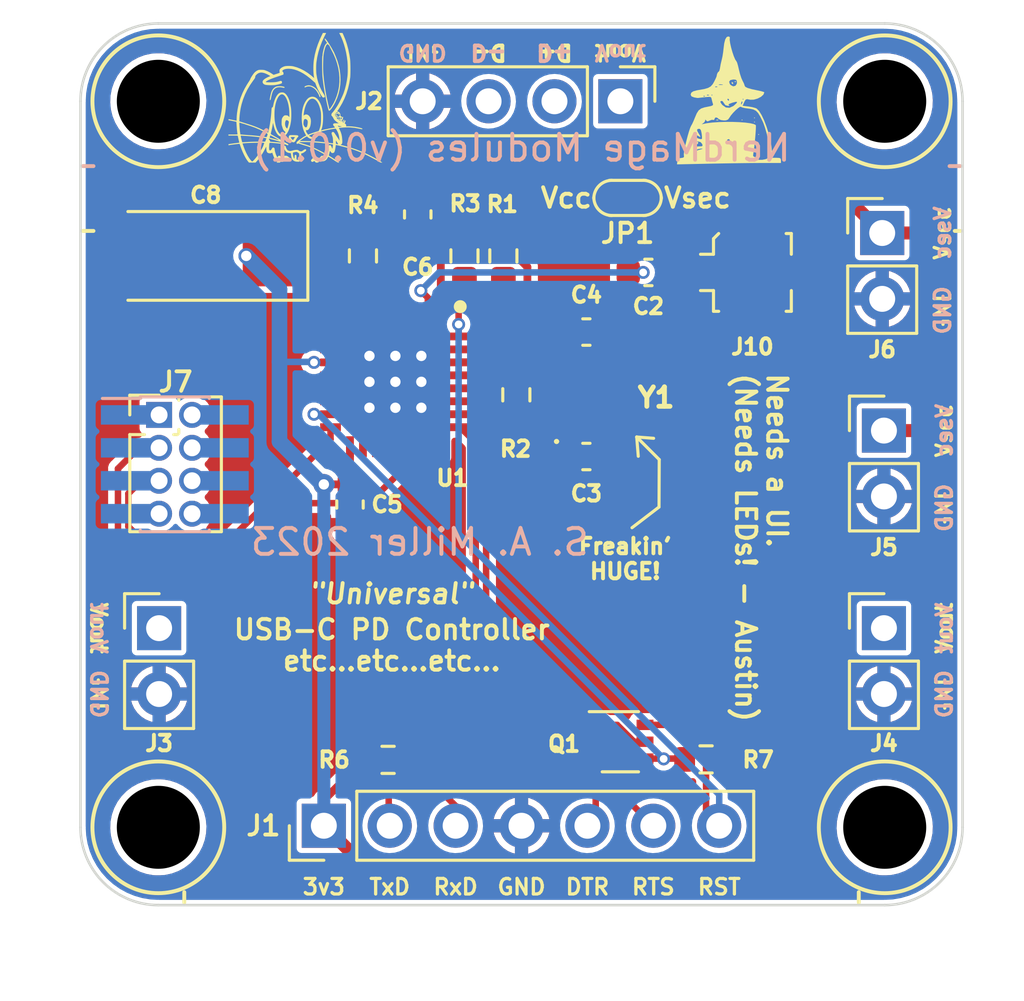
<source format=kicad_pcb>
(kicad_pcb (version 20211014) (generator pcbnew)
  (title_block (title "USB-C PD Controller") (rev "0.0.1") (company "The Nerd Mage"))
  (layers (0 "F.Cu" signal) (31 "B.Cu" signal) (34 "B.Paste" user) (35 "F.Paste" user) (36 "B.SilkS" user "B.Silkscreen") (37 "F.SilkS" user "F.Silkscreen") (38 "B.Mask" user) (39 "F.Mask" user) (44 "Edge.Cuts" user))
  (net 0 "")
  (net 1 "SCL")
  (net 2 "SDA")
  (net 3 "GND")
  (net 4 "/eXo")
  (net 5 "/eXi")
  (net 6 "+3V3")
  (net 7 "RST")
  (net 8 "IO11")
  (net 9 "IO7")
  (net 10 "IO10")
  (net 11 "IO8")
  (net 12 "IO9")
  (net 14 "IO14")
  (net 15 "IO12")
  (net 16 "IO13")
  (net 17 "IO15")
  (net 18 "IO2")
  (net 19 "IO0")
  (net 20 "IO5")
  (net 21 "IO3")
  (net 22 "IO1")
  (net 23 "/DTR")
  (net 24 "/RTS")
  (net 30 "ADC")
  (net 31 "IO16")
  (net 32 "Net-(C2-Pad2)")
  (net 33 "RESET")
  (net 34 "ATTACH")
  (net 35 "POWER_OK2")
  (net 36 "POWER_OK3")
  (net 37 "ALERT")
  (net 38 "GPIO")
  (net 39 "Vsec")
  (net 40 "/LNA")
  (net 41 "/CHIP_EN")
  (net 42 "/RES12K")
  (footprint "Tinker:Mount" (layer "F.Cu") (at 114 101)
    (fp_text reference "REF**" hide)
    (fp_text value "Mount" hide)
    (pad "" np_thru_hole circle (at 0 0) (size 3.2 3.2) (drill 3.2) (layers *.Mask))
  )
  (footprint "Capacitor_SMD:C_0603_1608Metric" (layer "F.Cu") (at 102.5 81.9)
    (fp_text reference "C4" (at 0 -1.43) (layer "F.SilkS") (effects (font (size 0.6 0.6))))
    (fp_text value "20pf")
    (pad "1" smd roundrect (at -0.775 0) (size 0.9 0.95) (layers "F.Cu" "F.Paste" "F.Mask") (net 3 "GND"))
    (pad "2" smd roundrect (at 0.775 0) (size 0.9 0.95) (layers "F.Cu" "F.Paste" "F.Mask") (net 5 "/eXi"))
  )
  (footprint "Resistor_SMD:R_0603_1608Metric" (layer "F.Cu") (at 94.856451 98.398903 180)
    (fp_text reference "R6" (at 2.078407 0) (layer "F.SilkS") (effects (font (size 0.6 0.6))))
    (fp_text value "10K")
    (pad "1" smd roundrect (at -0.825 0 180) (size 0.8 0.95) (layers "F.Cu" "F.Paste" "F.Mask") (net 22 "IO1"))
    (pad "2" smd roundrect (at 0.825 0 180) (size 0.8 0.95) (layers "F.Cu" "F.Paste" "F.Mask") (net 6 "+3V3"))
  )
  (footprint "Resistor_SMD:R_0603_1608Metric" (layer "F.Cu") (at 99.3 78.96288 -90)
    (fp_text reference "R1" (at -1.990012 0.041657) (layer "F.SilkS") (effects (font (size 0.6 0.6))))
    (fp_text value "12K")
    (pad "1" smd roundrect (at -0.825 0 270) (size 0.8 0.95) (layers "F.Cu" "F.Paste" "F.Mask") (net 3 "GND"))
    (pad "2" smd roundrect (at 0.825 0 270) (size 0.8 0.95) (layers "F.Cu" "F.Paste" "F.Mask") (net 42 "/RES12K"))
  )
  (footprint "Capacitor_SMD:C_0603_1608Metric" (layer "F.Cu") (at 104.890127 79.6)
    (fp_text reference "C2" (at 0 1.307543) (layer "F.SilkS") (effects (font (size 0.6 0.6))))
    (fp_text value "5.6pf")
    (pad "1" smd roundrect (at -0.775 0) (size 0.9 0.95) (layers "F.Cu" "F.Paste" "F.Mask") (net 40 "/LNA"))
    (pad "2" smd roundrect (at 0.775 0) (size 0.9 0.95) (layers "F.Cu" "F.Paste" "F.Mask") (net 32 "Net-(C2-Pad2)"))
  )
  (footprint "Tinker:Mount" (layer "F.Cu") (at 86 101)
    (fp_text reference "REF**" hide)
    (fp_text value "Mount" hide)
    (pad "" np_thru_hole circle (at 0 0) (size 3.2 3.2) (drill 3.2) (layers *.Mask))
  )
  (footprint "Tinker:DagNabbit" (layer "F.Cu") (at 91.4 73.5)
    (fp_text reference "REF**" hide)
    (fp_text value "DagNabbit" hide)
  )
  (footprint "Package_TO_SOT_SMD:SOT-363_SC-70-6" (layer "F.Cu") (at 103.81 97.7)
    (fp_text reference "Q1" (at -2.170259 0.086903) (layer "F.SilkS") (effects (font (size 0.6 0.6))))
    (fp_text value "UMH3N")
    (pad "1" smd rect (at -0.95 -0.65) (size 0.65 0.4) (layers "F.Cu" "F.Paste" "F.Mask") (net 24 "/RTS"))
    (pad "2" smd rect (at -0.95 0) (size 0.65 0.4) (layers "F.Cu" "F.Paste" "F.Mask") (net 23 "/DTR"))
    (pad "3" smd rect (at -0.95 0.65) (size 0.65 0.4) (layers "F.Cu" "F.Paste" "F.Mask") (net 23 "/DTR"))
    (pad "4" smd rect (at 0.95 0.65) (size 0.65 0.4) (layers "F.Cu" "F.Paste" "F.Mask") (net 19 "IO0"))
    (pad "5" smd rect (at 0.95 0) (size 0.65 0.4) (layers "F.Cu" "F.Paste" "F.Mask") (net 24 "/RTS"))
    (pad "6" smd rect (at 0.95 -0.65) (size 0.65 0.4) (layers "F.Cu" "F.Paste" "F.Mask") (net 7 "RST"))
  )
  (footprint "Connector_PinHeader_2.54mm:PinHeader_1x07_P2.54mm_Vertical" (layer "F.Cu") (at 92.38 100.94 90)
    (fp_text reference "J1" (at 0 -2.33) (layer "F.SilkS") (effects (font (size 0.75 0.75))))
    (fp_text value "Conn_01x07_Male")
    (pad "1" thru_hole rect (at 0 0 90) (size 1.7 1.7) (drill 1) (layers *.Cu *.Mask) (net 6 "+3V3"))
    (pad "2" thru_hole oval (at 0 2.54 90) (size 1.7 1.7) (drill 1) (layers *.Cu *.Mask) (net 21 "IO3"))
    (pad "3" thru_hole oval (at 0 5.08 90) (size 1.7 1.7) (drill 1) (layers *.Cu *.Mask) (net 22 "IO1"))
    (pad "4" thru_hole oval (at 0 7.62 90) (size 1.7 1.7) (drill 1) (layers *.Cu *.Mask) (net 3 "GND"))
    (pad "5" thru_hole oval (at 0 10.16 90) (size 1.7 1.7) (drill 1) (layers *.Cu *.Mask) (net 23 "/DTR"))
    (pad "6" thru_hole oval (at 0 12.7 90) (size 1.7 1.7) (drill 1) (layers *.Cu *.Mask) (net 24 "/RTS"))
    (pad "7" thru_hole oval (at 0 15.24 90) (size 1.7 1.7) (drill 1) (layers *.Cu *.Mask) (net 7 "RST"))
  )
  (footprint "Tinker:CP_EIA-6032-28-Tantalumm_HandSolder" (layer "F.Cu") (at 87.828215 78.96288 180)
    (fp_text reference "C8" (at 0 2.342531) (layer "F.SilkS") (effects (font (size 0.6 0.6))))
    (fp_text value "22uf" hide)
    (pad "1" smd roundrect (at -2.55 0 180) (size 2.25 2.35) (layers "F.Cu" "F.Paste" "F.Mask") (roundrect_rratio 0.111111) (net 6 "+3V3"))
    (pad "2" smd roundrect (at 2.55 0 180) (size 2.25 2.35) (layers "F.Cu" "F.Paste" "F.Mask") (roundrect_rratio 0.111111) (net 3 "GND"))
  )
  (footprint "Capacitor_SMD:C_0603_1608Metric" (layer "F.Cu") (at 93.387957 88.550294 -90)
    (fp_text reference "C5" (at 0 -1.43 -180) (layer "F.SilkS") (effects (font (size 0.6 0.6))))
    (fp_text value "1uf")
    (pad "1" smd roundrect (at -0.775 0 270) (size 0.9 0.95) (layers "F.Cu" "F.Paste" "F.Mask") (net 6 "+3V3"))
    (pad "2" smd roundrect (at 0.775 0 270) (size 0.9 0.95) (layers "F.Cu" "F.Paste" "F.Mask") (net 3 "GND"))
  )
  (footprint "Tinker:PinHeader_1x02_P2.54mm_Vertical" (layer "F.Cu") (at 113.97 93.32)
    (fp_text reference "J4" (at 0 4.44169) (layer "F.SilkS") (effects (font (size 0.6 0.6))))
    (fp_text value "Conn_01x02_Male" hide)
    (pad "1" thru_hole rect (at 0 0) (size 1.7 1.7) (drill 1) (layers *.Cu *.Mask))
    (pad "2" thru_hole oval (at 0 2.54) (size 1.7 1.7) (drill 1) (layers *.Cu *.Mask) (net 3 "GND"))
  )
  (footprint "Tinker:Mount" (layer "F.Cu") (at 114 73)
    (fp_text reference "REF**" hide)
    (fp_text value "Mount" hide)
    (pad "" np_thru_hole circle (at 0 0) (size 3.2 3.2) (drill 3.2) (layers *.Mask))
  )
  (footprint "Tinker:SolderJumper-2_P_Open_Rounded_skinny" (layer "F.Cu") (at 104.087749 76.726721 180)
    (fp_text reference "JP1" (at 0 -1.365587 180) (layer "F.SilkS") (effects (font (size 0.75 0.75))))
    (fp_text value "SolderJumper_2_Open" hide)
    (pad "1" smd custom (at -0.65 0 180) (size 1 0.2) (layers "F.Cu" "F.Mask") (net 39 "Vsec") (options (clearance outline) (anchor rect)) (primitives (gr_circle (center 0 0.1) (end 0.5 0.1) (width 0) (fill yes)) (gr_circle (center 0 -0.1) (end 0.5 -0.1) (width 0) (fill yes)) (gr_poly (pts (xy 0.5 0.6) (xy 0 0.6) (xy 0 -0.6) (xy 0.5 -0.6)) (width 0) (fill yes))))
    (pad "2" smd custom (at 0.65 0 180) (size 1 0.2) (layers "F.Cu" "F.Mask") (net 6 "+3V3") (options (clearance outline) (anchor rect)) (primitives (gr_circle (center 0 0.1) (end 0.5 0.1) (width 0) (fill yes)) (gr_circle (center 0 -0.1) (end 0.5 -0.1) (width 0) (fill yes)) (gr_poly (pts (xy 0 0.6) (xy -0.5 0.6) (xy -0.5 -0.6) (xy 0 -0.6)) (width 0) (fill yes))))
  )
  (footprint "Resistor_SMD:R_0603_1608Metric" (layer "F.Cu") (at 97.8 78.96288 90)
    (fp_text reference "R3" (at 2.014915 0.027469) (layer "F.SilkS") (effects (font (size 0.6 0.6))))
    (fp_text value "10K")
    (pad "1" smd roundrect (at -0.825 0 90) (size 0.8 0.95) (layers "F.Cu" "F.Paste" "F.Mask") (net 7 "RST"))
    (pad "2" smd roundrect (at 0.825 0 90) (size 0.8 0.95) (layers "F.Cu" "F.Paste" "F.Mask") (net 6 "+3V3"))
  )
  (footprint "Tinker:PinHeader_1x02_P2.54mm_Vertical" (layer "F.Cu") (at 86.03 93.32)
    (fp_text reference "J3" (at 0 4.44169) (layer "F.SilkS") (effects (font (size 0.6 0.6))))
    (fp_text value "Conn_01x02_Male" hide)
    (pad "1" thru_hole rect (at 0 0) (size 1.7 1.7) (drill 1) (layers *.Cu *.Mask))
    (pad "2" thru_hole oval (at 0 2.54) (size 1.7 1.7) (drill 1) (layers *.Cu *.Mask) (net 3 "GND"))
  )
  (footprint "Connector_Coaxial:U.FL_Molex_MCRF_73412-0110_Vertical" (layer "F.Cu") (at 108.9 79.6 -90)
    (fp_text reference "J10" (at 2.869224 0) (layer "F.SilkS") (effects (font (size 0.6 0.6))))
    (fp_text value "Conn_Coaxial")
    (pad "1" smd rect (at 0 1.5 270) (size 1 1) (layers "F.Cu" "F.Paste" "F.Mask") (net 32 "Net-(C2-Pad2)"))
    (pad "2" smd rect (at 1.475 0 270) (size 1.05 2.2) (layers "F.Cu" "F.Paste" "F.Mask") (net 3 "GND"))
    (pad "2" smd rect (at 0 -1.5 270) (size 1 1) (layers "F.Cu" "F.Paste" "F.Mask") (net 3 "GND"))
    (pad "2" smd rect (at -1.475 0 270) (size 1.05 2.2) (layers "F.Cu" "F.Paste" "F.Mask") (net 3 "GND"))
  )
  (footprint "Tinker:NerdMage" (layer "F.Cu") (at 108 72.9)
    (fp_text reference "G***" hide)
    (fp_text value "LOGO" hide)
  )
  (footprint "Resistor_SMD:R_0603_1608Metric" (layer "F.Cu") (at 107.11329 98.380322)
    (fp_text reference "R7" (at 2.007968 0.014818) (layer "F.SilkS") (effects (font (size 0.6 0.6))))
    (fp_text value "10K")
    (pad "1" smd roundrect (at -0.825 0) (size 0.8 0.95) (layers "F.Cu" "F.Paste" "F.Mask") (net 19 "IO0"))
    (pad "2" smd roundrect (at 0.825 0) (size 0.8 0.95) (layers "F.Cu" "F.Paste" "F.Mask") (net 6 "+3V3"))
  )
  (footprint "Resistor_SMD:R_0603_1608Metric" (layer "F.Cu") (at 93.887957 78.96288 90)
    (fp_text reference "R4" (at 1.949652 -0.004566) (layer "F.SilkS") (effects (font (size 0.6 0.6))))
    (fp_text value "10K")
    (pad "1" smd roundrect (at -0.825 0 90) (size 0.8 0.95) (layers "F.Cu" "F.Paste" "F.Mask") (net 41 "/CHIP_EN"))
    (pad "2" smd roundrect (at 0.825 0 90) (size 0.8 0.95) (layers "F.Cu" "F.Paste" "F.Mask") (net 6 "+3V3"))
  )
  (footprint "Capacitor_SMD:C_0603_1608Metric" (layer "F.Cu") (at 96 77.36288 90)
    (fp_text reference "C6" (at -2.030112 0) (layer "F.SilkS") (effects (font (size 0.6 0.6))))
    (fp_text value "1uf")
    (pad "1" smd roundrect (at -0.775 0 90) (size 0.9 0.95) (layers "F.Cu" "F.Paste" "F.Mask") (net 6 "+3V3"))
    (pad "2" smd roundrect (at 0.775 0 90) (size 0.9 0.95) (layers "F.Cu" "F.Paste" "F.Mask") (net 3 "GND"))
  )
  (footprint "Tinker:PinHeader_1x02_P2.54mm_Vertical" (layer "F.Cu") (at 113.902854 78.08)
    (fp_text reference "J6" (at 0 4.495315) (layer "F.SilkS") (effects (font (size 0.6 0.6))))
    (fp_text value "Conn_01x02_Male" hide)
    (pad "1" thru_hole rect (at 0 0) (size 1.7 1.7) (drill 1) (layers *.Cu *.Mask) (net 39 "Vsec"))
    (pad "2" thru_hole oval (at 0 2.54) (size 1.7 1.7) (drill 1) (layers *.Cu *.Mask) (net 3 "GND"))
  )
  (footprint "Tinker:PinHeader_1x02_P2.54mm_Vertical" (layer "F.Cu") (at 113.97 85.7)
    (fp_text reference "J5" (at 0 4.504702) (layer "F.SilkS") (effects (font (size 0.6 0.6))))
    (fp_text value "Conn_01x02_Male" hide)
    (pad "1" thru_hole rect (at 0 0) (size 1.7 1.7) (drill 1) (layers *.Cu *.Mask) (net 39 "Vsec"))
    (pad "2" thru_hole oval (at 0 2.54) (size 1.7 1.7) (drill 1) (layers *.Cu *.Mask) (net 3 "GND"))
  )
  (footprint "Tinker:Mount" (layer "F.Cu") (at 86 73)
    (fp_text reference "REF**" hide)
    (fp_text value "Mount" hide)
    (pad "" np_thru_hole circle (at 0 0) (size 3.2 3.2) (drill 3.2) (layers *.Mask))
  )
  (footprint "Tinker:ABM825000MHz10B1UT" (layer "F.Cu") (at 102.5 84.32)
    (fp_text reference "Y1" (at 2.687129 0.106632) (layer "F.SilkS") (effects (font (size 0.75 0.75) (thickness 0.1875))))
    (fp_text value "26.000MHz" hide)
    (pad "1" smd rect (at -1.15 0.875 90) (size 1.05 1.3) (layers "F.Cu" "F.Paste" "F.Mask") (net 4 "/eXo"))
    (pad "2" smd rect (at 1.15 0.875 90) (size 1.05 1.3) (layers "F.Cu" "F.Paste" "F.Mask") (net 3 "GND"))
    (pad "3" smd rect (at 1.15 -0.875 90) (size 1.05 1.3) (layers "F.Cu" "F.Paste" "F.Mask") (net 5 "/eXi"))
    (pad "4" smd rect (at -1.15 -0.875 90) (size 1.05 1.3) (layers "F.Cu" "F.Paste" "F.Mask") (net 3 "GND"))
  )
  (footprint "Resistor_SMD:R_0603_1608Metric" (layer "F.Cu") (at 99.8 84.32 90)
    (fp_text reference "R2" (at -2.088284 -0.03071) (layer "F.SilkS") (effects (font (size 0.6 0.6))))
    (fp_text value "1M")
    (pad "1" smd roundrect (at -0.825 0 90) (size 0.8 0.95) (layers "F.Cu" "F.Paste" "F.Mask") (net 4 "/eXo"))
    (pad "2" smd roundrect (at 0.825 0 90) (size 0.8 0.95) (layers "F.Cu" "F.Paste" "F.Mask") (net 5 "/eXi"))
  )
  (footprint "Capacitor_SMD:C_0603_1608Metric" (layer "F.Cu") (at 102.5 86.7 180)
    (fp_text reference "C3" (at 0 -1.43) (layer "F.SilkS") (effects (font (size 0.6 0.6))))
    (fp_text value "20pf")
    (pad "1" smd roundrect (at -0.775 0 180) (size 0.9 0.95) (layers "F.Cu" "F.Paste" "F.Mask") (net 3 "GND"))
    (pad "2" smd roundrect (at 0.775 0 180) (size 0.9 0.95) (layers "F.Cu" "F.Paste" "F.Mask") (net 4 "/eXo"))
  )
  (footprint "Tinker:PinHeader_1x04_P2.54mm_Vertical" (layer "F.Cu") (at 103.81 73 -90)
    (fp_text reference "J2" (at 0 9.68773) (layer "F.SilkS") (effects (font (size 0.6 0.6))))
    (fp_text value "Conn_01x04_Male" hide)
    (pad "1" thru_hole rect (at 0 0 270) (size 1.7 1.7) (drill 1) (layers *.Cu *.Mask))
    (pad "2" thru_hole oval (at 0 2.54 270) (size 1.7 1.7) (drill 1) (layers *.Cu *.Mask))
    (pad "3" thru_hole oval (at 0 5.08 270) (size 1.7 1.7) (drill 1) (layers *.Cu *.Mask))
    (pad "4" thru_hole oval (at 0 7.62 270) (size 1.7 1.7) (drill 1) (layers *.Cu *.Mask) (net 3 "GND"))
  )
  (footprint "Tinker:PinHeader_2x04_P1.27mm_Vertical" (layer "F.Cu") (at 86.03 85.095)
    (fp_text reference "J7" (at 0.635 -1.27) (layer "F.SilkS") (effects (font (size 0.75 0.75))))
    (fp_text value "Conn_01x08_Male")
    (pad "1" smd rect (at -1.195 0) (size 2.1 0.75) (layers "B.Cu" "B.Paste" "B.Mask") (net 33 "RESET"))
    (pad "1" thru_hole rect (at 0 0) (size 1 1) (drill 0.65) (layers *.Cu *.Mask) (net 33 "RESET"))
    (pad "2" smd rect (at 2.405 0) (size 2.1 0.75) (layers "B.Cu" "B.Paste" "B.Mask") (net 34 "ATTACH"))
    (pad "2" thru_hole oval (at 1.27 0) (size 1 1) (drill 0.65) (layers *.Cu *.Mask) (net 34 "ATTACH"))
    (pad "3" thru_hole oval (at 0 1.27) (size 1 1) (drill 0.65) (layers *.Cu *.Mask) (net 1 "SCL"))
    (pad "3" smd rect (at -1.195 1.27) (size 2.1 0.75) (layers "B.Cu" "B.Paste" "B.Mask") (net 1 "SCL"))
    (pad "4" smd rect (at 2.405 1.27) (size 2.1 0.75) (layers "B.Cu" "B.Paste" "B.Mask") (net 35 "POWER_OK2"))
    (pad "4" thru_hole oval (at 1.27 1.27) (size 1 1) (drill 0.65) (layers *.Cu *.Mask) (net 35 "POWER_OK2"))
    (pad "5" smd rect (at -1.195 2.54) (size 2.1 0.75) (layers "B.Cu" "B.Paste" "B.Mask") (net 2 "SDA"))
    (pad "5" thru_hole oval (at 0 2.54) (size 1 1) (drill 0.65) (layers *.Cu *.Mask) (net 2 "SDA"))
    (pad "6" thru_hole oval (at 1.27 2.54) (size 1 1) (drill 0.65) (layers *.Cu *.Mask) (net 36 "POWER_OK3"))
    (pad "6" smd rect (at 2.405 2.54) (size 2.1 0.75) (layers "B.Cu" "B.Paste" "B.Mask") (net 36 "POWER_OK3"))
    (pad "7" thru_hole oval (at 0 3.81) (size 1 1) (drill 0.65) (layers *.Cu *.Mask) (net 37 "ALERT"))
    (pad "7" smd rect (at -1.195 3.81) (size 2.1 0.75) (layers "B.Cu" "B.Paste" "B.Mask") (net 37 "ALERT"))
    (pad "8" thru_hole oval (at 1.27 3.81) (size 1 1) (drill 0.65) (layers *.Cu *.Mask) (net 38 "GPIO"))
    (pad "8" smd rect (at 2.405 3.81) (size 2.1 0.75) (layers "B.Cu" "B.Paste" "B.Mask") (net 38 "GPIO"))
  )
  (footprint "Tinker:QFN50P500X500X90-33N-D" (layer "F.Cu") (at 95.137957 83.82 -90)
    (fp_text reference "U1" (at 3.712212 -2.198876) (layer "F.SilkS") (effects (font (size 0.6 0.6))))
    (fp_text value "ESP8285H16" hide)
    (pad "1" smd rect (at -2.5 -1.75) (size 0.3 0.8) (layers "F.Cu" "F.Paste" "F.Mask") (net 6 "+3V3"))
    (pad "2" smd rect (at -2.5 -1.25) (size 0.3 0.8) (layers "F.Cu" "F.Paste" "F.Mask") (net 40 "/LNA"))
    (pad "3" smd rect (at -2.5 -0.75) (size 0.3 0.8) (layers "F.Cu" "F.Paste" "F.Mask") (net 6 "+3V3"))
    (pad "4" smd rect (at -2.5 -0.25) (size 0.3 0.8) (layers "F.Cu" "F.Paste" "F.Mask") (net 6 "+3V3"))
    (pad "5" smd rect (at -2.5 0.25) (size 0.3 0.8) (layers "F.Cu" "F.Paste" "F.Mask"))
    (pad "6" smd rect (at -2.5 0.75) (size 0.3 0.8) (layers "F.Cu" "F.Paste" "F.Mask") (net 30 "ADC"))
    (pad "7" smd rect (at -2.5 1.25) (size 0.3 0.8) (layers "F.Cu" "F.Paste" "F.Mask") (net 41 "/CHIP_EN"))
    (pad "8" smd rect (at -2.5 1.75) (size 0.3 0.8) (layers "F.Cu" "F.Paste" "F.Mask") (net 31 "IO16"))
    (pad "9" smd rect (at -1.75 2.5 270) (size 0.3 0.8) (layers "F.Cu" "F.Paste" "F.Mask") (net 14 "IO14"))
    (pad "10" smd rect (at -1.25 2.5 270) (size 0.3 0.8) (layers "F.Cu" "F.Paste" "F.Mask") (net 15 "IO12"))
    (pad "11" smd rect (at -0.75 2.5 270) (size 0.3 0.8) (layers "F.Cu" "F.Paste" "F.Mask") (net 6 "+3V3"))
    (pad "12" smd rect (at -0.25 2.5 270) (size 0.3 0.8) (layers "F.Cu" "F.Paste" "F.Mask") (net 16 "IO13"))
    (pad "13" smd rect (at 0.25 2.5 270) (size 0.3 0.8) (layers "F.Cu" "F.Paste" "F.Mask") (net 17 "IO15"))
    (pad "14" smd rect (at 0.75 2.5 270) (size 0.3 0.8) (layers "F.Cu" "F.Paste" "F.Mask") (net 18 "IO2"))
    (pad "15" smd rect (at 1.25 2.5 270) (size 0.3 0.8) (layers "F.Cu" "F.Paste" "F.Mask") (net 19 "IO0"))
    (pad "16" smd rect (at 1.75 2.5 270) (size 0.3 0.8) (layers "F.Cu" "F.Paste" "F.Mask") (net 2 "SDA"))
    (pad "17" smd rect (at 2.5 1.75) (size 0.3 0.8) (layers "F.Cu" "F.Paste" "F.Mask") (net 6 "+3V3"))
    (pad "18" smd rect (at 2.5 1.25) (size 0.3 0.8) (layers "F.Cu" "F.Paste" "F.Mask") (net 12 "IO9"))
    (pad "19" smd rect (at 2.5 0.75) (size 0.3 0.8) (layers "F.Cu" "F.Paste" "F.Mask") (net 10 "IO10"))
    (pad "20" smd rect (at 2.5 0.25) (size 0.3 0.8) (layers "F.Cu" "F.Paste" "F.Mask") (net 8 "IO11"))
    (pad "21" smd rect (at 2.5 -0.25) (size 0.3 0.8) (layers "F.Cu" "F.Paste" "F.Mask") (net 1 "SCL"))
    (pad "22" smd rect (at 2.5 -0.75) (size 0.3 0.8) (layers "F.Cu" "F.Paste" "F.Mask") (net 9 "IO7"))
    (pad "23" smd rect (at 2.5 -1.25) (size 0.3 0.8) (layers "F.Cu" "F.Paste" "F.Mask") (net 11 "IO8"))
    (pad "24" smd rect (at 2.5 -1.75) (size 0.3 0.8) (layers "F.Cu" "F.Paste" "F.Mask") (net 20 "IO5"))
    (pad "25" smd rect (at 1.75 -2.5 270) (size 0.3 0.8) (layers "F.Cu" "F.Paste" "F.Mask") (net 21 "IO3"))
    (pad "26" smd rect (at 1.25 -2.5 270) (size 0.3 0.8) (layers "F.Cu" "F.Paste" "F.Mask") (net 22 "IO1"))
    (pad "27" smd rect (at 0.75 -2.5 270) (size 0.3 0.8) (layers "F.Cu" "F.Paste" "F.Mask") (net 4 "/eXo"))
    (pad "28" smd rect (at 0.25 -2.5 270) (size 0.3 0.8) (layers "F.Cu" "F.Paste" "F.Mask") (net 5 "/eXi"))
    (pad "29" smd rect (at -0.25 -2.5 270) (size 0.3 0.8) (layers "F.Cu" "F.Paste" "F.Mask") (net 6 "+3V3"))
    (pad "30" smd rect (at -0.75 -2.5 270) (size 0.3 0.8) (layers "F.Cu" "F.Paste" "F.Mask") (net 6 "+3V3"))
    (pad "31" smd rect (at -1.25 -2.5 270) (size 0.3 0.8) (layers "F.Cu" "F.Paste" "F.Mask") (net 42 "/RES12K"))
    (pad "32" smd rect (at -1.75 -2.5 270) (size 0.3 0.8) (layers "F.Cu" "F.Paste" "F.Mask") (net 7 "RST"))
    (pad "33" smd rect (at 0 0 270) (size 3.75 3.75) (layers "F.Cu" "F.Paste" "F.Mask") (net 3 "GND"))
  )
  (gr_line (start 83.1 75.5) (end 83.5 75.5) (layer "B.SilkS") (width 0.15))
  (gr_line (start 116.5 75.5) (end 116.9 75.5) (layer "B.SilkS") (width 0.15))
  (gr_line (start 105.300236 88.647794) (end 104.258738 89.446275) (layer "F.SilkS") (width 0.12))
  (gr_line (start 113 103.9) (end 113 103.5) (layer "F.SilkS") (width 0.15))
  (gr_line (start 105.308382 86.818172) (end 105.300236 88.647794) (layer "F.SilkS") (width 0.12))
  (gr_line (start 83.1 78) (end 83.5 78) (layer "F.SilkS") (width 0.15))
  (gr_line (start 104.43989 85.947822) (end 105.308382 86.818172) (layer "F.SilkS") (width 0.12))
  (gr_line (start 116.7 78) (end 116.9 78) (layer "F.SilkS") (width 0.15))
  (gr_line (start 87 103.9) (end 87 103.5) (layer "F.SilkS") (width 0.15))
  (gr_line (start 104.43989 85.947822) (end 104.500101 86.690422) (layer "F.SilkS") (width 0.12))
  (gr_line (start 105.091936 85.99776) (end 104.43989 85.947822) (layer "F.SilkS") (width 0.12))
  (gr_line (start 117 73) (end 117 101) (layer "Edge.Cuts") (width 0.1))
  (gr_arc (start 86 104) (mid 83.87868 103.12132) (end 83 101) (layer "Edge.Cuts") (width 0.1))
  (gr_arc (start 83 73) (mid 83.87868 70.87868) (end 86 70) (layer "Edge.Cuts") (width 0.1))
  (gr_line (start 86 70) (end 114 70) (layer "Edge.Cuts") (width 0.1))
  (gr_line (start 83 101) (end 83 73) (layer "Edge.Cuts") (width 0.1))
  (gr_arc (start 114 70) (mid 116.12132 70.87868) (end 117 73) (layer "Edge.Cuts") (width 0.1))
  (gr_line (start 86 104) (end 114 104) (layer "Edge.Cuts") (width 0.1))
  (gr_arc (start 117 101) (mid 116.12132 103.12132) (end 114 104) (layer "Edge.Cuts") (width 0.1))
  (gr_text "NerdMage Modules (v0.0.1)" (at 100 74.8) (layer "B.SilkS") (effects (font (size 1 1)) (justify mirror)))
  (gr_text "D+" (at 101.27 71.12 180) (layer "B.SilkS") (effects (font (size 0.6 0.6)) (justify mirror)))
  (gr_text "GND" (at 116.3 88.68 90) (layer "B.SilkS") (effects (font (size 0.6 0.6) (thickness 0.125)) (justify mirror)))
  (gr_text "GND" (at 83.7 95.86 270) (layer "B.SilkS") (effects (font (size 0.6 0.6) (thickness 0.125)) (justify mirror)))
  (gr_text "Vout" (at 116.3 93.32 90) (layer "B.SilkS") (effects (font (size 0.6 0.6) (thickness 0.125)) (justify mirror)))
  (gr_text "GND" (at 116.232854 81.06 90) (layer "B.SilkS") (effects (font (size 0.6 0.6) (thickness 0.125)) (justify mirror)))
  (gr_text "D-" (at 98.73 71.12 180) (layer "B.SilkS") (effects (font (size 0.6 0.6)) (justify mirror)))
  (gr_text "Vout" (at 103.81 71.12 180) (layer "B.SilkS") (effects (font (size 0.6 0.6) (thickness 0.125)) (justify mirror)))
  (gr_text "Vsec" (at 116.3 85.7 90) (layer "B.SilkS") (effects (font (size 0.6 0.6) (thickness 0.125)) (justify mirror)))
  (gr_text "Vsec" (at 116.232854 78.08 90) (layer "B.SilkS") (effects (font (size 0.6 0.6) (thickness 0.125)) (justify mirror)))
  (gr_text "GND" (at 116.3 95.86 90) (layer "B.SilkS") (effects (font (size 0.6 0.6) (thickness 0.125)) (justify mirror)))
  (gr_text "S. A. Miller 2023" (at 96.077957 90) (layer "B.SilkS") (effects (font (size 1 1)) (justify mirror)))
  (gr_text "Vout" (at 83.7 93.32 270) (layer "B.SilkS") (effects (font (size 0.6 0.6) (thickness 0.125)) (justify mirror)))
  (gr_text "GND" (at 96.19 71.12 180) (layer "B.SilkS") (effects (font (size 0.6 0.6) (thickness 0.125)) (justify mirror)))
  (gr_text "{dblquote}Universal{dblquote}" (at 95 91.99) (layer "F.SilkS") (effects (font (size 0.75 0.75) (thickness 0.15) italic)))
  (gr_text "Needs a UI.\n(Needs LEDs! - Austin)" (at 109.243401 83.419408 -90) (layer "F.SilkS") (effects (font (size 0.75 0.75)) (justify left)))
  (gr_text "Vout" (at 116.3 93.32 90) (layer "F.SilkS") (effects (font (size 0.6 0.6) (thickness 0.125))))
  (gr_text "RxD" (at 97.46 103.3) (layer "F.SilkS") (effects (font (size 0.6 0.6) (thickness 0.125))))
  (gr_text "GND" (at 116.232854 81.06 90) (layer "F.SilkS") (effects (font (size 0.6 0.6) (thickness 0.125))))
  (gr_text "Vsec" (at 106.780001 76.726721) (layer "F.SilkS") (effects (font (size 0.75 0.75))))
  (gr_text "D-" (at 98.73 71.12 180) (layer "F.SilkS") (effects (font (size 0.6 0.6))))
  (gr_text "GND" (at 100 103.3) (layer "F.SilkS") (effects (font (size 0.6 0.6) (thickness 0.125))))
  (gr_text "3v3" (at 92.38 103.3) (layer "F.SilkS") (effects (font (size 0.6 0.6) (thickness 0.125))))
  (gr_text "D+" (at 101.27 71.12 180) (layer "F.SilkS") (effects (font (size 0.6 0.6))))
  (gr_text "TxD" (at 94.92 103.3) (layer "F.SilkS") (effects (font (size 0.6 0.6) (thickness 0.125))))
  (gr_text "GND" (at 116.3 88.68 90) (layer "F.SilkS") (effects (font (size 0.6 0.6) (thickness 0.125))))
  (gr_text "GND" (at 96.19 71.12 180) (layer "F.SilkS") (effects (font (size 0.6 0.6) (thickness 0.125))))
  (gr_text "GND" (at 116.3 95.86 90) (layer "F.SilkS") (effects (font (size 0.6 0.6) (thickness 0.125))))
  (gr_text "RST" (at 107.62 103.3) (layer "F.SilkS") (effects (font (size 0.6 0.6) (thickness 0.125))))
  (gr_text "RTS" (at 105.08 103.3) (layer "F.SilkS") (effects (font (size 0.6 0.6) (thickness 0.125))))
  (gr_text "DTR" (at 102.54 103.3) (layer "F.SilkS") (effects (font (size 0.6 0.6) (thickness 0.125))))
  (gr_text "GND" (at 83.7 95.86 270) (layer "F.SilkS") (effects (font (size 0.6 0.6) (thickness 0.125))))
  (gr_text "USB-C PD Controller\netc...etc...etc..." (at 95 93.98) (layer "F.SilkS") (effects (font (size 0.75 0.75))))
  (gr_text "Vout" (at 103.81 71.12 180) (layer "F.SilkS") (effects (font (size 0.6 0.6) (thickness 0.125))))
  (gr_text "Vsec" (at 116.3 85.7 90) (layer "F.SilkS") (effects (font (size 0.6 0.6) (thickness 0.125))))
  (gr_text "Vout" (at 83.7 93.32 270) (layer "F.SilkS") (effects (font (size 0.6 0.6) (thickness 0.125))))
  (gr_text "Vsec" (at 116.232854 78.08 90) (layer "F.SilkS") (effects (font (size 0.6 0.6) (thickness 0.125))))
  (gr_text "Freakin'\nHUGE!" (at 103.998081 90.64593) (layer "F.SilkS") (effects (font (size 0.6 0.6))))
  (gr_text "Vcc" (at 101.724052 76.726721) (layer "F.SilkS") (effects (font (size 0.75 0.75))))
  (segment (start 95.387957 86.32) (end 95.387957 87.22891) (width 0.25) (layer "F.Cu") (net 1))
  (segment (start 94.116867 88.5) (end 90.739408 88.5) (width 0.25) (layer "F.Cu") (net 1))
  (segment (start 84.444767 87.167426) (end 85.247193 86.365) (width 0.25) (layer "F.Cu") (net 1))
  (segment (start 88.850756 90.388651) (end 85.264758 90.388651) (width 0.25) (layer "F.Cu") (net 1))
  (segment (start 85.247193 86.365) (end 86.03 86.365) (width 0.25) (layer "F.Cu") (net 1))
  (segment (start 84.444767 89.568659) (end 84.444767 87.167426) (width 0.25) (layer "F.Cu") (net 1))
  (segment (start 85.264758 90.388651) (end 84.444767 89.568659) (width 0.25) (layer "F.Cu") (net 1))
  (segment (start 95.387957 87.22891) (end 94.116867 88.5) (width 0.25) (layer "F.Cu") (net 1))
  (segment (start 90.739408 88.5) (end 88.850756 90.388651) (width 0.25) (layer "F.Cu") (net 1))
  (segment (start 85.339529 87.635) (end 86.03 87.635) (width 0.25) (layer "F.Cu") (net 2))
  (segment (start 84.844767 89.402974) (end 84.844767 88.129762) (width 0.25) (layer "F.Cu") (net 2))
  (segment (start 88.685071 89.988651) (end 85.430444 89.988651) (width 0.25) (layer "F.Cu") (net 2))
  (segment (start 92.637957 85.57) (end 92.637957 86.035765) (width 0.25) (layer "F.Cu") (net 2))
  (segment (start 84.844767 88.129762) (end 85.339529 87.635) (width 0.25) (layer "F.Cu") (net 2))
  (segment (start 92.637957 86.035765) (end 88.685071 89.988651) (width 0.25) (layer "F.Cu") (net 2))
  (segment (start 85.430444 89.988651) (end 84.844767 89.402974) (width 0.25) (layer "F.Cu") (net 2))
  (segment (start 103.65 86.325) (end 103.275 86.7) (width 0.25) (layer "F.Cu") (net 3))
  (segment (start 103.65 85.195) (end 103.65 86.325) (width 0.25) (layer "F.Cu") (net 3))
  (segment (start 101.35 83.445) (end 101.35 82.275) (width 0.25) (layer "F.Cu") (net 3))
  (segment (start 101.35 82.275) (end 101.725 81.9) (width 0.25) (layer "F.Cu") (net 3))
  (via (at 94.137957 83.82) (size 0.6) (drill 0.4) (layers "F.Cu" "B.Cu") (net 3))
  (via (at 94.137957 82.82) (size 0.6) (drill 0.4) (layers "F.Cu" "B.Cu") (net 3))
  (via (at 96.137957 82.82) (size 0.6) (drill 0.4) (layers "F.Cu" "B.Cu") (net 3))
  (via (at 96.137957 83.82) (size 0.6) (drill 0.4) (layers "F.Cu" "B.Cu") (net 3))
  (via (at 95.137957 82.82) (size 0.6) (drill 0.4) (layers "F.Cu" "B.Cu") (net 3))
  (via (at 94.137957 84.82) (size 0.6) (drill 0.4) (layers "F.Cu" "B.Cu") (net 3))
  (via (at 95.137957 83.82) (size 0.6) (drill 0.4) (layers "F.Cu" "B.Cu") (net 3))
  (via (at 96.137957 84.82) (size 0.6) (drill 0.4) (layers "F.Cu" "B.Cu") (net 3))
  (via (at 95.137957 84.82) (size 0.6) (drill 0.4) (layers "F.Cu" "B.Cu") (net 3))
  (segment (start 101.35 85.195) (end 101.35 86.325) (width 0.25) (layer "F.Cu") (net 4))
  (segment (start 101.35 86.325) (end 101.725 86.7) (width 0.25) (layer "F.Cu") (net 4))
  (segment (start 99.225 84.57) (end 99.8 85.145) (width 0.25) (layer "F.Cu") (net 4))
  (segment (start 99.8 85.145) (end 101.3 85.145) (width 0.25) (layer "F.Cu") (net 4))
  (segment (start 101.3 85.145) (end 101.35 85.195) (width 0.25) (layer "F.Cu") (net 4))
  (segment (start 97.637957 84.57) (end 99.225 84.57) (width 0.25) (layer "F.Cu") (net 4))
  (segment (start 99.225 84.07) (end 99.8 83.495) (width 0.25) (layer "F.Cu") (net 5))
  (segment (start 99.8 83.62) (end 100.425 84.245) (width 0.25) (layer "F.Cu") (net 5))
  (segment (start 103.65 83.445) (end 103.65 82.275) (width 0.25) (layer "F.Cu") (net 5))
  (segment (start 99.8 83.495) (end 99.8 83.62) (width 0.25) (layer "F.Cu") (net 5))
  (segment (start 97.637957 84.07) (end 99.225 84.07) (width 0.25) (layer "F.Cu") (net 5))
  (segment (start 103.65 82.275) (end 103.275 81.9) (width 0.25) (layer "F.Cu") (net 5))
  (segment (start 100.425 84.245) (end 102.85 84.245) (width 0.25) (layer "F.Cu") (net 5))
  (segment (start 102.85 84.245) (end 103.65 83.445) (width 0.25) (layer "F.Cu") (net 5))
  (segment (start 98.095603 76.726721) (end 103.437749 76.726721) (width 0.5) (layer "F.Cu") (net 6))
  (segment (start 109.068129 102.031354) (end 109.068129 99.510161) (width 0.5) (layer "F.Cu") (net 6))
  (segment (start 95.387957 81.32) (end 95.887957 81.32) (width 0.3) (layer "F.Cu") (net 6))
  (segment (start 98.664475 79.002355) (end 99.837478 79.002355) (width 0.3) (layer "F.Cu") (net 6))
  (segment (start 94.38729 102.93058) (end 108.168903 102.93058) (width 0.5) (layer "F.Cu") (net 6))
  (segment (start 93.387957 86.32) (end 93.387957 87.775294) (width 0.3) (layer "F.Cu") (net 6))
  (segment (start 97.8 77.022324) (end 98.095603 76.726721) (width 0.5) (layer "F.Cu") (net 6))
  (segment (start 92.38 100.94) (end 92.39671 100.94) (width 0.5) (layer "F.Cu") (net 6))
  (segment (start 97.8 78.13788) (end 97.8 77.022324) (width 0.5) (layer "F.Cu") (net 6))
  (segment (start 97.637957 83.07) (end 98.698922 83.07) (width 0.3) (layer "F.Cu") (net 6))
  (segment (start 108.168903 102.93058) (end 109.068129 102.031354) (width 0.5) (layer "F.Cu") (net 6))
  (segment (start 100.22611 79.390987) (end 100.22611 81.542812) (width 0.3) (layer "F.Cu") (net 6))
  (segment (start 98.698922 83.07) (end 100.22611 81.542812) (width 0.3) (layer "F.Cu") (net 6))
  (segment (start 95.387957 81.32) (end 95.387957 78.749923) (width 0.3) (layer "F.Cu") (net 6))
  (segment (start 96 78.13788) (end 97.8 78.13788) (width 0.6) (layer "F.Cu") (net 6))
  (segment (start 92.38 99.950354) (end 92.38 100.94) (width 0.3) (layer "F.Cu") (net 6))
  (segment (start 94.031451 98.298903) (end 92.38 99.950354) (width 0.3) (layer "F.Cu") (net 6))
  (segment (start 96.887957 81.32) (end 96.887957 79.025837) (width 0.3) (layer "F.Cu") (net 6))
  (segment (start 91.203215 78.13788) (end 90.378215 78.96288) (width 0.6) (layer "F.Cu") (net 6))
  (segment (start 92.39671 100.94) (end 94.38729 102.93058) (width 0.5) (layer "F.Cu") (net 6))
  (segment (start 97.8 78.13788) (end 98.664475 79.002355) (width 0.3) (layer "F.Cu") (net 6))
  (segment (start 95.387957 78.749923) (end 96 78.13788) (width 0.3) (layer "F.Cu") (net 6))
  (segment (start 96 78.13788) (end 91.203215 78.13788) (width 0.6) (layer "F.Cu") (net 6))
  (segment (start 109.068129 99.510161) (end 107.93829 98.380322) (width 0.5) (layer "F.Cu") (net 6))
  (segment (start 96.887957 79.025837) (end 96 78.13788) (width 0.3) (layer "F.Cu") (net 6))
  (segment (start 97.575457 83.57) (end 97.575457 83.07) (width 0.25) (layer "F.Cu") (net 6))
  (segment (start 92.637957 83.07) (end 92 83.07) (width 0.25) (layer "F.Cu") (net 6))
  (segment (start 99.837478 79.002355) (end 100.22611 79.390987) (width 0.3) (layer "F.Cu") (net 6))
  (segment (start 93.387957 87.775294) (end 92.38 87.775294) (width 0.3) (layer "F.Cu") (net 6))
  (via (at 92.38 87.775294) (size 0.8) (drill 0.4) (layers "F.Cu" "B.Cu") (net 6))
  (via (at 92 83.07) (size 0.5) (drill 0.3) (layers "F.Cu" "B.Cu") (net 6))
  (via (at 89.389438 78.96288) (size 0.6) (drill 0.4) (layers "F.Cu" "B.Cu") (net 6))
  (segment (start 89.389438 78.96288) (end 90.671039 80.244481) (width 0.6) (layer "B.Cu") (net 6))
  (segment (start 90.671039 86.126681) (end 92.319652 87.775294) (width 0.6) (layer "B.Cu") (net 6))
  (segment (start 90.671039 80.244481) (end 90.671039 83.051039) (width 0.6) (layer "B.Cu") (net 6))
  (segment (start 90.671039 83.051039) (end 90.671039 86.126681) (width 0.6) (layer "B.Cu") (net 6))
  (segment (start 91.981039 83.051039) (end 90.671039 83.051039) (width 0.25) (layer "B.Cu") (net 6))
  (segment (start 92.319652 87.775294) (end 92.38 87.775294) (width 0.6) (layer "B.Cu") (net 6))
  (segment (start 92.38 87.950588) (end 92.555294 87.775294) (width 0.5) (layer "B.Cu") (net 6))
  (segment (start 92.38 100.94) (end 92.38 87.950588) (width 0.5) (layer "B.Cu") (net 6))
  (segment (start 92 83.07) (end 91.981039 83.051039) (width 0.25) (layer "B.Cu") (net 6))
  (segment (start 107.62 100.94) (end 107.11329 100.43329) (width 0.25) (layer "F.Cu") (net 7))
  (segment (start 97.575457 82.07) (end 97.575457 79.78788) (width 0.25) (layer "F.Cu") (net 7))
  (segment (start 107.11329 97.593871) (end 106.569419 97.05) (width 0.25) (layer "F.Cu") (net 7))
  (segment (start 106.569419 97.05) (end 104.76 97.05) (width 0.25) (layer "F.Cu") (net 7))
  (segment (start 107.11329 100.43329) (end 107.11329 97.593871) (width 0.25) (layer "F.Cu") (net 7))
  (via (at 97.575457 81.604964) (size 0.5) (drill 0.3) (layers "F.Cu" "B.Cu") (net 7))
  (segment (start 97.575457 89.682835) (end 97.575457 81.604964) (width 0.25) (layer "B.Cu") (net 7))
  (segment (start 107.62 100.94) (end 107.62 99.737919) (width 0.25) (layer "B.Cu") (net 7))
  (segment (start 107.62 99.737919) (end 104.370628 96.488547) (width 0.25) (layer "B.Cu") (net 7))
  (segment (start 104.370628 96.488547) (end 104.370628 96.478006) (width 0.25) (layer "B.Cu") (net 7))
  (segment (start 104.370628 96.478006) (end 97.575457 89.682835) (width 0.25) (layer "B.Cu") (net 7))
  (segment (start 104.76 98.35) (end 106.296988 98.35) (width 0.25) (layer "F.Cu") (net 19))
  (segment (start 92.637957 85.07) (end 92 85.07) (width 0.25) (layer "F.Cu") (net 19))
  (via (at 92 85.07) (size 0.5) (drill 0.3) (layers "F.Cu" "B.Cu") (net 19))
  (via (at 105.478625 98.361406) (size 0.5) (drill 0.3) (layers "F.Cu" "B.Cu") (net 19))
  (segment (start 92.187219 85.07) (end 92.45861 85.34139) (width 0.25) (layer "B.Cu") (net 19))
  (segment (start 92.18722 85.07) (end 92.45861 85.34139) (width 0.25) (layer "B.Cu") (net 19))
  (segment (start 92.45861 85.34139) (end 105.478625 98.361406) (width 0.25) (layer "B.Cu") (net 19))
  (segment (start 92 85.07) (end 92.18722 85.07) (width 0.25) (layer "B.Cu") (net 19))
  (segment (start 98.158499 86.090542) (end 98.228808 86.090542) (width 0.25) (layer "F.Cu") (net 21))
  (segment (start 98.234917 93.947654) (end 94.880492 97.302079) (width 0.25) (layer "F.Cu") (net 21))
  (segment (start 94.880492 97.302079) (end 94.880492 100.900492) (width 0.25) (layer "F.Cu") (net 21))
  (segment (start 98.228808 86.090542) (end 98.234917 86.096651) (width 0.25) (layer "F.Cu") (net 21))
  (segment (start 97.637957 85.57) (end 98.158499 86.090542) (width 0.25) (layer "F.Cu") (net 21))
  (segment (start 94.880492 100.900492) (end 94.92 100.94) (width 0.25) (layer "F.Cu") (net 21))
  (segment (start 98.234917 86.096651) (end 98.234917 93.947654) (width 0.25) (layer "F.Cu") (net 21))
  (segment (start 95.681451 98.398903) (end 95.681451 97.066806) (width 0.25) (layer "F.Cu") (net 22))
  (segment (start 98.287957 85.07) (end 98.634917 85.41696) (width 0.25) (layer "F.Cu") (net 22))
  (segment (start 97.46 100.177452) (end 97.46 100.94) (width 0.25) (layer "F.Cu") (net 22))
  (segment (start 97.637957 85.07) (end 98.287957 85.07) (width 0.25) (layer "F.Cu") (net 22))
  (segment (start 95.681451 98.398903) (end 97.46 100.177452) (width 0.25) (layer "F.Cu") (net 22))
  (segment (start 98.634917 85.41696) (end 98.634917 94.11334) (width 0.25) (layer "F.Cu") (net 22))
  (segment (start 95.681451 97.066806) (end 98.634917 94.11334) (width 0.25) (layer "F.Cu") (net 22))
  (segment (start 102.86 98.35) (end 102.86 100.62) (width 0.25) (layer "F.Cu") (net 23))
  (segment (start 102.86 97.7) (end 102.86 98.35) (width 0.25) (layer "F.Cu") (net 23))
  (segment (start 102.86 100.62) (end 102.54 100.94) (width 0.25) (layer "F.Cu") (net 23))
  (segment (start 104.032041 98.002959) (end 104.032041 99.892041) (width 0.25) (layer "F.Cu") (net 24))
  (segment (start 103.685 97.05) (end 104.335 97.7) (width 0.25) (layer "F.Cu") (net 24))
  (segment (start 102.86 97.05) (end 103.685 97.05) (width 0.25) (layer "F.Cu") (net 24))
  (segment (start 104.335 97.7) (end 104.76 97.7) (width 0.25) (layer "F.Cu") (net 24))
  (segment (start 104.032041 99.892041) (end 105.08 100.94) (width 0.25) (layer "F.Cu") (net 24))
  (segment (start 104.335 97.7) (end 104.032041 98.002959) (width 0.25) (layer "F.Cu") (net 24))
  (segment (start 105.665127 79.6) (end 107.4 79.6) (width 0.25) (layer "F.Cu") (net 32))
  (segment (start 104.737749 76.726721) (end 112.549575 76.726721) (width 0.5) (layer "F.Cu") (net 39))
  (segment (start 113.97 85.7) (end 115.225513 85.7) (width 0.5) (layer "F.Cu") (net 39))
  (segment (start 112.549575 76.726721) (end 113.902854 78.08) (width 0.5) (layer "F.Cu") (net 39))
  (segment (start 116.052071 78.753075) (end 115.378996 78.08) (width 0.5) (layer "F.Cu") (net 39))
  (segment (start 115.225513 85.7) (end 116.052071 84.873442) (width 0.5) (layer "F.Cu") (net 39))
  (segment (start 116.052071 84.873442) (end 116.052071 78.753075) (width 0.5) (layer "F.Cu") (net 39))
  (segment (start 115.378996 78.08) (end 113.902854 78.08) (width 0.5) (layer "F.Cu") (net 39))
  (segment (start 96.387957 81.32) (end 96.387957 80.572193) (width 0.25) (layer "F.Cu") (net 40))
  (segment (start 96.387957 80.572193) (end 96.118488 80.302724) (width 0.25) (layer "F.Cu") (net 40))
  (via (at 104.690126 79.6) (size 0.5) (drill 0.3) (layers "F.Cu" "B.Cu") (net 40))
  (via (at 96.118488 80.302724) (size 0.5) (drill 0.3) (layers "F.Cu" "B.Cu") (net 40))
  (segment (start 96.821212 79.6) (end 104.690126 79.6) (width 0.25) (layer "B.Cu") (net 40))
  (segment (start 96.118488 80.302724) (end 96.821212 79.6) (width 0.25) (layer "B.Cu") (net 40))
  (segment (start 93.887957 81.32) (end 93.887957 79.78788) (width 0.25) (layer "F.Cu") (net 41))
  (segment (start 99.3 81.557957) (end 99.3 79.78788) (width 0.25) (layer "F.Cu") (net 42))
  (segment (start 98.287957 82.57) (end 99.3 81.557957) (width 0.25) (layer "F.Cu") (net 42))
  (segment (start 97.637957 82.57) (end 98.287957 82.57) (width 0.25) (layer "F.Cu") (net 42))
  (zone (net 3) (net_name "GND") (layer "F.Cu") (connect_pads (clearance 0.254)) (min_thickness 0.254) (fill yes (thermal_gap 0.254) (thermal_bridge_width 0.508))
    (polygon (pts (xy 118.582229 104.809465) (xy 81.651499 104.809467) (xy 81.651498 69.584881) (xy 118.582228 69.584879)))
  )
  (zone (net 3) (net_name "GND") (layer "B.Cu") (connect_pads (clearance 0.2)) (min_thickness 0.2) (fill yes (thermal_gap 0.254) (thermal_bridge_width 0.508))
    (polygon (pts (xy 119.380001 105.507005) (xy 80.682697 105.507005) (xy 80.682697 69.09421) (xy 119.380001 69.09421)))
  )
)
</source>
